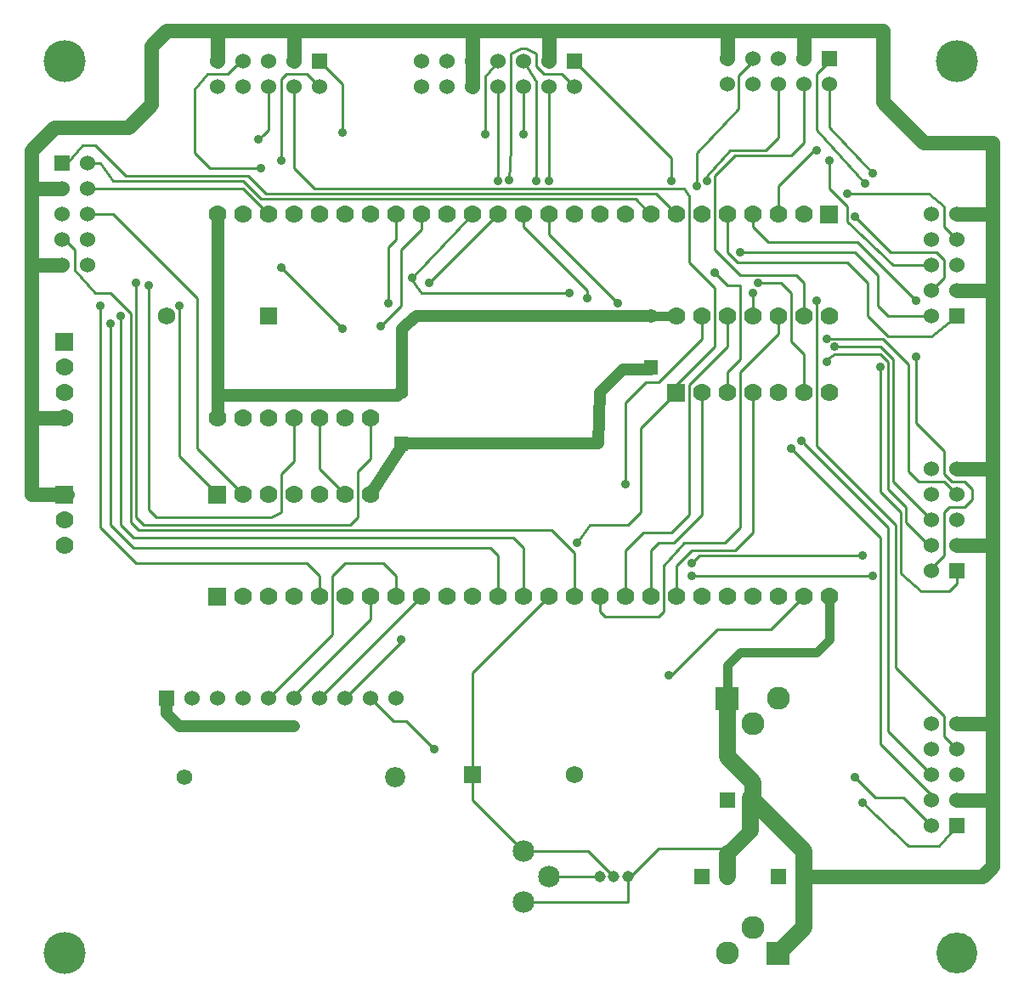
<source format=gbr>
G04 start of page 3 for group 1 idx 1 *
G04 Title: (unknown), ground *
G04 Creator: pcb 20110918 *
G04 CreationDate: Wed 26 Feb 2014 00:51:11 GMT UTC *
G04 For: ksarkies *
G04 Format: Gerber/RS-274X *
G04 PCB-Dimensions: 390000 390000 *
G04 PCB-Coordinate-Origin: lower left *
%MOIN*%
%FSLAX25Y25*%
%LNBOTTOM*%
%ADD63C,0.0453*%
%ADD62C,0.0630*%
%ADD61C,0.0290*%
%ADD60C,0.0280*%
%ADD59C,0.0300*%
%ADD58C,0.0380*%
%ADD57C,0.1140*%
%ADD56C,0.0360*%
%ADD55C,0.0615*%
%ADD54C,0.0850*%
%ADD53C,0.0795*%
%ADD52C,0.0680*%
%ADD51C,0.1600*%
%ADD50C,0.0700*%
%ADD49C,0.0900*%
%ADD48C,0.0001*%
%ADD47C,0.0600*%
%ADD46C,0.1650*%
%ADD45C,0.0500*%
%ADD44C,0.0200*%
%ADD43C,0.0650*%
%ADD42C,0.0350*%
%ADD41C,0.0450*%
%ADD40C,0.0100*%
%ADD39C,0.0550*%
G54D39*X384000Y180000D02*X370000D01*
G54D40*X367000Y162000D02*X370000Y165000D01*
Y170000D01*
X346000Y188000D02*Y132000D01*
X343000Y107000D02*Y187000D01*
X348000Y193000D02*X340000Y201000D01*
X346000Y132000D02*X365000Y113000D01*
Y105000D01*
X370000Y100000D01*
X360000Y90000D02*X343000Y107000D01*
X360000Y80000D02*Y82000D01*
X340000Y102000D01*
Y183000D01*
X330000Y89000D02*X338000Y81000D01*
X349000D01*
X343000Y262000D02*X360000D01*
X365000Y292000D02*Y285000D01*
X360000Y280000D01*
X348000Y169000D02*Y193000D01*
X340000Y201000D02*Y251000D01*
X359000Y180000D02*X350000Y189000D01*
Y195000D01*
X343000Y202000D01*
Y252000D01*
X341000Y261000D02*X351000Y251000D01*
X345000Y253000D02*X340000Y258000D01*
X356000Y162000D02*X348000Y169000D01*
X356000Y162000D02*X367000D01*
X360000Y170000D02*Y171000D01*
X351000Y219000D02*Y216000D01*
Y209000D01*
X355000Y205000D01*
X365000D01*
X370000Y200000D01*
X360000Y190000D02*X345000Y205000D01*
X360000Y180000D02*X359000D01*
X360000Y190000D02*X358000D01*
X360000Y171000D02*X365000Y176000D01*
Y193000D01*
G54D39*X384000Y80000D02*X370000D01*
X384000Y110000D02*X370000D01*
G54D40*X351000Y251000D02*Y219000D01*
X345000Y205000D02*Y253000D01*
X365000Y193000D02*X367000Y195000D01*
G54D39*X384000Y79000D02*Y338000D01*
Y210000D02*X370000D01*
G54D40*X376000Y202000D02*Y198000D01*
X354000Y228000D02*X365000Y217000D01*
Y208000D01*
X368000Y205000D01*
X370000Y200000D02*X370500Y200500D01*
X367000Y195000D02*X373000D01*
X376000Y198000D01*
X368000Y205000D02*X373000D01*
X376000Y202000D01*
G54D41*X239000Y249000D02*X230000Y240000D01*
G54D40*X248000Y244000D02*X253000D01*
X240000Y236000D02*X248000Y244000D01*
X280000Y270000D02*Y258000D01*
X300000Y270000D02*Y263000D01*
X285000Y248000D01*
X253000Y244000D02*X270000Y261000D01*
X280000Y258000D02*X265000Y243000D01*
X275000Y258000D02*X260000Y243000D01*
X270000Y261000D02*Y270000D01*
Y269000D01*
G54D42*X260000Y270000D02*X250000D01*
G54D40*X265000Y243000D02*Y192000D01*
X285000Y248000D02*Y187000D01*
X270000Y240000D02*Y227000D01*
Y192000D01*
X246000Y226000D02*X260000Y240000D01*
G54D39*X341000Y382000D02*Y354000D01*
G54D40*X310000Y338000D02*Y360000D01*
G54D39*Y382000D02*Y371000D01*
X280000Y381000D02*Y371000D01*
G54D40*X275000Y281000D02*Y258000D01*
Y281000D02*X270000Y286000D01*
X265000Y291000D01*
Y317000D01*
X290000Y310000D02*Y305000D01*
X296000Y299000D01*
X310000Y270000D02*Y283000D01*
X307000Y286000D01*
X285000D01*
X290000Y270000D02*Y279000D01*
Y278000D01*
X285000Y286000D02*X275000Y296000D01*
X280000Y310000D02*Y295000D01*
X284000Y291000D01*
X275000Y296000D02*Y325000D01*
X283000Y333000D01*
X305000D01*
X310000Y338000D01*
X258000Y323000D02*Y332000D01*
X284000Y291000D02*X327000D01*
X335000Y283000D01*
Y270000D01*
X343000Y262000D01*
Y270000D02*X339000Y274000D01*
Y286000D01*
X330000Y295000D01*
X296000Y299000D02*X331000D01*
X250000Y250000D02*Y249000D01*
X252000Y318000D02*X260000Y310000D01*
X244000Y316000D02*X250500Y309500D01*
G54D41*X250000Y249000D02*X239000D01*
X230000Y240000D02*X229500Y220000D01*
G54D40*X220000Y160000D02*Y177000D01*
X211000Y186000D01*
X221000Y181000D03*
X226000Y188000D01*
X247000Y185000D02*X240000Y178000D01*
X250000D02*X253000Y181000D01*
Y152000D02*X232000D01*
X230000Y154000D01*
Y160000D01*
X240000Y178000D02*Y161000D01*
X250000Y160000D02*Y178000D01*
G54D42*X315000Y138000D02*X320000Y143000D01*
Y160000D01*
G54D40*Y159000D01*
G54D42*X285000Y138000D02*X315000D01*
G54D40*X276000Y147000D02*X297000D01*
X310000Y160000D01*
X257000Y129000D02*X258000D01*
X276000Y147000D01*
X265000Y192000D02*X258000Y185000D01*
X247000D01*
X283000Y178000D02*X266000D01*
X279000Y181000D02*X263000D01*
X270000Y192000D02*X259000Y181000D01*
X253000D02*X259000D01*
X266000Y178000D02*X260000Y172000D01*
Y160000D01*
Y161000D01*
X255000Y172000D02*Y154000D01*
X263000Y181000D02*X255000Y172000D01*
X333000Y176000D02*X269000D01*
X266000Y173000D01*
X337000Y168000D02*X267000D01*
X255000Y154000D02*X253000Y152000D01*
X290000Y240000D02*Y185000D01*
X283000Y178000D01*
X285000Y187000D02*X279000Y181000D01*
X343000Y187000D02*X310000Y220000D01*
X340000Y183000D02*X305000Y218000D01*
X315000Y219000D02*X346000Y188000D01*
X315000Y276000D02*Y219000D01*
X330000Y295000D02*X285000D01*
X330000Y309000D02*X340000Y299000D01*
X327000Y307000D02*Y313000D01*
X315000Y343000D02*X334000Y322000D01*
X320000Y344000D02*X337000Y326000D01*
X315000Y335000D02*X314000D01*
X327000Y313000D02*X320000Y320000D01*
Y331000D01*
D03*
X314000Y335000D02*X300000Y321000D01*
Y310000D01*
X272000Y323000D02*Y325000D01*
X281000Y335000D01*
X295000D01*
X300000Y340000D01*
Y360000D01*
X290000Y370000D02*X284500Y364500D01*
Y351500D01*
X268000Y334000D01*
Y321000D01*
X210000Y323000D02*Y360000D01*
X258000Y332000D02*X220000Y370000D01*
X221000Y369000D01*
X215000Y365000D02*X220000Y360000D01*
X343000Y252000D02*X340000Y255000D01*
X280000Y240000D02*Y248000D01*
X285000Y253000D01*
X310000Y240000D02*Y255000D01*
X340000D02*X322000D01*
X319000Y253000D01*
Y261000D02*X341000D01*
X340000Y258000D02*X323000D01*
X310000Y255000D02*X305000Y260000D01*
X285000Y253000D02*Y282000D01*
X280000D01*
X275000Y287000D01*
X305000Y260000D02*Y279000D01*
X301000Y283000D01*
X292000D01*
G54D39*X341000Y354000D02*X357000Y338000D01*
G54D40*X327000Y318000D02*X359000D01*
G54D39*X384000Y280000D02*X370000D01*
G54D40*X365000Y313000D02*Y305000D01*
X370000Y300000D01*
X362000Y295000D02*X365000Y292000D01*
D03*
X360000Y262000D02*X370000Y270000D01*
X360000D02*X343000D01*
X340000Y299000D02*X344000Y295000D01*
X362000D01*
X331000Y299000D02*X354000Y276000D01*
G54D39*X357000Y338000D02*X384000D01*
G54D40*X359000Y318000D02*X365000Y313000D01*
X345000Y290000D02*X327000Y307000D01*
X360000Y290000D02*X345000D01*
X354000Y228000D02*Y254000D01*
D03*
X370000Y270000D02*X368500Y268500D01*
G54D39*X384000Y310000D02*X370000D01*
X341000Y382000D02*X60000D01*
G54D40*X185000Y364000D02*X190000Y370000D01*
X200000D02*X205000Y362000D01*
Y368000D02*X208000Y365000D01*
X215000D01*
X190000Y360000D02*Y359000D01*
X195000Y373000D02*X199000Y375000D01*
X201000D01*
X205000Y373000D01*
Y368000D01*
G54D39*X210000Y382000D02*Y370000D01*
G54D40*X320000D02*X315000Y365000D01*
Y343000D01*
X320000Y360000D02*Y344000D01*
X200000Y341500D02*Y360000D01*
X185000Y341500D02*Y364000D01*
X195000Y341000D02*Y373000D01*
G54D39*X180000Y381000D02*Y370000D01*
Y382000D02*Y360000D01*
G54D43*X310000Y49000D02*Y60000D01*
X290000Y80000D01*
X289000Y81000D02*Y68000D01*
G54D39*X280000Y59000D01*
G54D43*Y50000D01*
G54D44*X282000Y61000D02*X283000Y62000D01*
G54D43*X300000Y20000D02*X310000Y30000D01*
Y50000D01*
X290000Y80000D02*Y87000D01*
X280000Y97000D01*
Y120000D01*
G54D42*Y119000D02*Y133000D01*
X285000Y138000D01*
G54D40*X241000Y50000D02*Y49000D01*
Y40000D02*Y50000D01*
X242000D01*
X253000Y61000D01*
X282000D01*
X200000Y40000D02*X241000D01*
X200000Y60000D02*X225500D01*
X235500Y50000D01*
X235250Y50250D01*
X210000Y50000D02*X230000D01*
G54D39*X310000D02*X380000D01*
G54D40*X349000Y81000D02*X360000Y70000D01*
X333000Y79000D02*X351000Y62000D01*
X363000D01*
G54D39*X380000Y50000D02*X384000Y54000D01*
Y80000D01*
G54D40*X363000Y62000D02*X370000Y70000D01*
G54D39*X7000Y200000D02*X21000D01*
G54D40*X72000Y218000D02*X90000Y200000D01*
X65000Y215000D02*X80000Y200000D01*
X72000Y277000D02*Y218000D01*
X65000Y274000D02*Y215000D01*
X49000Y186000D02*X46000Y189000D01*
X56000Y191000D02*X53000Y194000D01*
X51000Y188000D02*X48000Y191000D01*
X46000Y189000D02*Y271000D01*
X42000Y188000D02*Y270000D01*
X48000Y173000D02*X34000Y187000D01*
X47000Y183000D02*X42000Y188000D01*
X47000Y179000D02*X38000Y188000D01*
X34000Y187000D02*Y274000D01*
X35000D01*
X38000Y188000D02*Y267000D01*
X19000Y320000D02*X13000D01*
G54D39*X19000D02*X7000D01*
G54D40*X30000Y310000D02*X39000D01*
G54D39*X45000Y344000D02*X54000Y353000D01*
Y376000D01*
X60000Y382000D01*
X7000Y335000D02*X16000Y344000D01*
X45000D01*
G54D40*X20000Y330000D02*X21000D01*
X27000Y337000D01*
X30000Y330000D02*X34000D01*
X27000Y337000D02*X32000D01*
X34000Y330000D02*X39000Y323000D01*
X32000Y337000D02*X44000Y325000D01*
G54D39*X7000Y230000D02*X20000D01*
X7000Y200000D02*Y335000D01*
G54D40*X32000Y279000D02*X24000Y288000D01*
Y296000D01*
X20000Y300000D01*
X19500Y299500D01*
G54D39*X19000Y290000D02*X8000D01*
G54D42*X152500Y241000D02*X150500Y239000D01*
G54D45*X80500D01*
G54D40*X110000Y230000D02*Y213000D01*
X105000Y208000D01*
Y193000D01*
X120000Y230000D02*Y210000D01*
X130000Y200000D01*
G54D45*X80000Y230000D02*Y310000D01*
G54D40*X39000D02*X72000Y277000D01*
X30000Y320000D02*X90000D01*
X39000Y323000D02*X90000D01*
X46000Y271000D02*X38000Y279000D01*
X32000D01*
X53000Y194000D02*Y282000D01*
X48000Y191000D02*Y283000D01*
X44000Y325000D02*X92000D01*
X211000Y186000D02*X49000D01*
X226000Y188000D02*X241000D01*
X246000Y193000D01*
X135000Y191000D02*X132000Y188000D01*
G54D41*X229500Y220000D02*X152000D01*
G54D40*X246000Y193000D02*Y226000D01*
X240000Y204000D02*Y236000D01*
G54D41*X153006Y220006D02*X140000Y200000D01*
G54D40*Y230000D02*Y214000D01*
X135000Y209000D01*
Y191000D01*
X105000Y193000D02*X101000Y191000D01*
X56000D01*
X132000Y188000D02*X51000D01*
X200000Y179000D02*X196000Y183000D01*
X47000D01*
X187000Y179000D02*X47000D01*
G54D41*X60000Y120000D02*Y114000D01*
X65000Y109000D01*
X110000D01*
G54D40*X100000Y120000D02*X125000Y145000D01*
X110000Y120000D02*Y121000D01*
X120000Y160000D02*Y168000D01*
X115000Y173000D01*
X125000Y145000D02*Y168000D01*
X115000Y173000D02*X48000D01*
X160000Y160000D02*X159500Y159500D01*
X180000Y130000D02*X210000Y160000D01*
X149000Y111000D02*X154000D01*
X165000Y100000D01*
X180000Y130000D02*Y80000D01*
X200000Y60000D01*
X140000Y120000D02*X149000Y111000D01*
X130000Y120000D02*X152000Y142000D01*
X120000Y120000D02*X160000Y160000D01*
X140000Y151000D02*Y160000D01*
Y159000D01*
X110000Y121000D02*X140000Y151000D01*
X200000Y160000D02*Y179000D01*
X190000Y160000D02*Y176000D01*
X187000Y179000D01*
X125000Y168000D02*X130000Y173000D01*
X145000D01*
X150000Y168000D01*
Y160000D01*
Y161000D01*
G54D41*X152500Y265000D02*Y241000D01*
G54D40*X152000Y274000D02*X144000Y266000D01*
X100000Y310000D02*Y309000D01*
X90000Y320000D02*X100000Y310000D01*
X92000Y325000D02*X99000Y318000D01*
X90000Y323000D02*X97000Y316000D01*
X96000Y339500D02*X98000Y341000D01*
X100000Y343000D01*
Y360000D01*
X105000Y331000D02*Y363000D01*
X110000Y360000D02*Y328000D01*
X118000Y320000D01*
X129000Y265000D02*X105000Y289000D01*
X150000Y310000D02*Y300000D01*
X147000Y297000D01*
Y275000D01*
X105000Y363000D02*X107000Y365000D01*
X90000Y370000D02*Y371000D01*
X84000Y365000D01*
X76000D01*
X107000D02*X115000D01*
X120000Y360000D01*
X119500Y360500D01*
X129000Y342000D02*Y361000D01*
X120000Y370000D01*
X76000Y365000D02*X71000Y359000D01*
Y334000D01*
X77000Y328000D01*
X96000D01*
X205000Y323000D02*Y362000D01*
X194500Y323500D02*X195000Y336000D01*
Y341000D01*
X190000Y323000D02*Y360000D01*
G54D41*X158000Y270000D02*X152500Y265000D01*
G54D40*X162000Y284000D02*X164000D01*
X152000Y296000D02*Y274000D01*
X156500Y285000D02*Y284000D01*
X160000Y279000D01*
X99000Y318000D02*X252000D01*
X97000Y316000D02*X244000D01*
X118000Y320000D02*X263000D01*
X265000Y317000D02*X263000Y320000D01*
X156500Y285000D02*X180000Y310000D01*
X164000Y284000D02*X190000Y310000D01*
X160000D02*Y304000D01*
X152000Y296000D01*
X237000Y275000D02*X210000Y302000D01*
X225000Y277000D02*Y280000D01*
X200000Y305000D01*
X210000Y302000D02*Y310000D01*
Y309000D01*
X200000Y305000D02*Y310000D01*
X160000Y279000D02*X218000D01*
G54D41*X250000Y270000D02*X158000D01*
G54D39*X110000Y381000D02*Y370000D01*
X80000Y381000D02*Y370000D01*
G54D46*X370000D03*
G54D47*X310000Y361000D03*
X300000Y371000D03*
Y361000D03*
X290000D03*
X280000D03*
X290000Y371000D03*
X280000D03*
G54D48*G36*
X267000Y53000D02*Y47000D01*
X273000D01*
Y53000D01*
X267000D01*
G37*
G54D47*X280000Y50000D03*
G54D48*G36*
X295500Y24500D02*Y15500D01*
X304500D01*
Y24500D01*
X295500D01*
G37*
G54D49*X290000Y30000D03*
X280000Y20000D03*
G54D48*G36*
X275500Y124500D02*Y115500D01*
X284500D01*
Y124500D01*
X275500D01*
G37*
G54D50*X260000Y160000D03*
X270000D03*
X280000D03*
X290000D03*
G54D49*Y110000D03*
X300000Y120000D03*
G54D50*Y160000D03*
X310000D03*
X320000D03*
X300000Y240000D03*
Y270000D03*
G54D48*G36*
X297000Y53000D02*Y47000D01*
X303000D01*
Y53000D01*
X297000D01*
G37*
G54D47*X310000Y50000D03*
G54D48*G36*
X277000Y83000D02*Y77000D01*
X283000D01*
Y83000D01*
X277000D01*
G37*
G54D47*X290000Y80000D03*
X370000Y110000D03*
G54D48*G36*
X367000Y173000D02*Y167000D01*
X373000D01*
Y173000D01*
X367000D01*
G37*
G54D47*X370000Y180000D03*
Y190000D03*
Y200000D03*
Y210000D03*
X360000Y170000D03*
Y180000D03*
Y190000D03*
Y200000D03*
Y210000D03*
G54D48*G36*
X367000Y273000D02*Y267000D01*
X373000D01*
Y273000D01*
X367000D01*
G37*
G54D47*X360000Y270000D03*
Y280000D03*
Y290000D03*
Y300000D03*
Y310000D03*
X370000Y280000D03*
Y290000D03*
Y300000D03*
Y310000D03*
G54D51*Y20000D03*
G54D48*G36*
X367000Y73000D02*Y67000D01*
X373000D01*
Y73000D01*
X367000D01*
G37*
G54D47*X360000Y70000D03*
X370000Y80000D03*
X360000D03*
X370000Y90000D03*
X360000D03*
X370000Y100000D03*
X360000D03*
Y110000D03*
G54D41*X230000Y50000D03*
G54D52*X220000Y90000D03*
G54D41*X235500Y50000D03*
X241000D03*
G54D48*G36*
X176600Y93400D02*Y86600D01*
X183400D01*
Y93400D01*
X176600D01*
G37*
G54D53*X149842Y88977D03*
G54D54*X200000Y60000D03*
X210000Y50000D03*
X200000Y40000D03*
G54D50*X20000Y180000D03*
G54D46*Y20000D03*
G54D48*G36*
X16500Y263500D02*Y256500D01*
X23500D01*
Y263500D01*
X16500D01*
G37*
G54D50*X20000Y250000D03*
Y240000D03*
Y230000D03*
G54D48*G36*
X16500Y203500D02*Y196500D01*
X23500D01*
Y203500D01*
X16500D01*
G37*
G54D50*X20000Y190000D03*
G54D46*Y370000D03*
G54D48*G36*
X16000Y333000D02*Y327000D01*
X22000D01*
Y333000D01*
X16000D01*
G37*
G54D47*X29000Y330000D03*
Y320000D03*
Y310000D03*
Y300000D03*
Y290000D03*
X19000Y320000D03*
Y310000D03*
Y300000D03*
Y290000D03*
G54D48*G36*
X57000Y123000D02*Y117000D01*
X63000D01*
Y123000D01*
X57000D01*
G37*
G54D47*X70000Y120000D03*
X80000D03*
X90000D03*
X100000D03*
X110000D03*
G54D48*G36*
X76500Y163500D02*Y156500D01*
X83500D01*
Y163500D01*
X76500D01*
G37*
G54D50*X90000Y160000D03*
X100000D03*
G54D55*X67165Y88977D03*
G54D47*X120000Y120000D03*
X130000D03*
X140000D03*
X150000D03*
G54D50*X110000Y160000D03*
X120000D03*
X130000D03*
G54D48*G36*
X96600Y273400D02*Y266600D01*
X103400D01*
Y273400D01*
X96600D01*
G37*
G54D52*X60000Y270000D03*
G54D48*G36*
X76500Y203500D02*Y196500D01*
X83500D01*
Y203500D01*
X76500D01*
G37*
G54D50*X90000Y200000D03*
X100000D03*
X110000D03*
X120000D03*
X130000D03*
Y230000D03*
X120000D03*
X110000D03*
X100000D03*
X90000D03*
X80000D03*
X130000Y310000D03*
X120000D03*
X110000D03*
X100000D03*
X90000D03*
X80000D03*
G54D48*G36*
X117000Y373000D02*Y367000D01*
X123000D01*
Y373000D01*
X117000D01*
G37*
G54D47*X120000Y360000D03*
X110000Y370000D03*
Y360000D03*
X100000Y370000D03*
Y360000D03*
X90000Y370000D03*
Y360000D03*
X80000D03*
Y370000D03*
G54D50*X140000Y160000D03*
X150000D03*
X160000D03*
X170000D03*
X180000D03*
X190000D03*
X200000D03*
X210000D03*
X220000D03*
X230000D03*
X240000D03*
X250000D03*
X140000Y200000D03*
Y230000D03*
G54D48*G36*
X149250Y222750D02*Y217250D01*
X154750D01*
Y222750D01*
X149250D01*
G37*
G54D39*X152000Y240000D03*
G54D48*G36*
X247250Y252750D02*Y247250D01*
X252750D01*
Y252750D01*
X247250D01*
G37*
G54D39*X250000Y270000D03*
G54D48*G36*
X316500Y313500D02*Y306500D01*
X323500D01*
Y313500D01*
X316500D01*
G37*
G54D50*X310000Y310000D03*
X300000D03*
X250000D03*
X240000D03*
X230000D03*
X220000D03*
X210000D03*
X200000D03*
X190000D03*
X180000D03*
X170000D03*
X160000D03*
X150000D03*
X140000D03*
G54D48*G36*
X217000Y373000D02*Y367000D01*
X223000D01*
Y373000D01*
X217000D01*
G37*
G54D47*X220000Y360000D03*
X210000Y370000D03*
Y360000D03*
X200000Y370000D03*
Y360000D03*
X190000Y370000D03*
X180000D03*
X170000D03*
X160000D03*
X190000Y360000D03*
X180000D03*
X170000D03*
X160000D03*
G54D50*X290000Y310000D03*
X280000D03*
X270000D03*
X260000D03*
G54D48*G36*
X256500Y243500D02*Y236500D01*
X263500D01*
Y243500D01*
X256500D01*
G37*
G54D50*X270000Y240000D03*
X280000D03*
X290000D03*
Y270000D03*
X280000D03*
X270000D03*
X260000D03*
X310000Y240000D03*
X320000D03*
Y270000D03*
X310000D03*
G54D48*G36*
X317000Y374000D02*Y368000D01*
X323000D01*
Y374000D01*
X317000D01*
G37*
G54D47*X320000Y361000D03*
X310000Y371000D03*
G54D56*X110000Y109000D03*
X165000Y100000D03*
X152000Y143000D03*
X257000Y129000D03*
X221000Y181000D03*
X65000Y274000D03*
X34000D03*
X48000Y283000D03*
X38000Y267000D03*
X42000Y270000D03*
X53000Y282000D03*
X96000Y339500D03*
X105000Y331000D03*
X129000Y265000D03*
X105000Y289000D03*
X97000Y328000D03*
X144000Y266000D03*
X147000Y275000D03*
X237000D03*
X218000Y279000D03*
X225000Y277000D03*
X156500Y285000D03*
X163000Y283000D03*
X200000Y341500D03*
X185000D03*
X194500Y323500D03*
X190000Y323000D03*
X272000D03*
X210000D03*
X258000D03*
X129000Y342000D03*
X205000Y323000D03*
X240000Y204000D03*
X333000Y176000D03*
X337000Y168000D03*
X330000Y89000D03*
X333000Y79000D03*
X266000Y173000D03*
Y168000D03*
X309000Y221000D03*
X305000Y218000D03*
X340000Y250000D03*
X319000Y252000D03*
Y261000D03*
X322000Y258000D03*
X330000Y309000D03*
X327000Y318000D03*
X320000Y331000D03*
X334000Y322000D03*
X337000Y326000D03*
X315000Y335000D03*
X268000Y321000D03*
X285000Y295000D03*
X315000Y276000D03*
X275000Y287000D03*
X292000Y283000D03*
X290000Y279000D03*
X354000Y276000D03*
Y254000D03*
G54D44*G54D57*G54D58*G54D59*G54D47*G54D60*G54D47*G54D60*G54D59*G54D58*G54D57*G54D58*G54D61*G54D58*G54D61*G54D58*G54D62*G54D60*G54D57*G54D60*G54D57*G54D58*G54D60*G54D63*G54D60*G54D58*G54D60*G54D58*G54D60*G54D59*G54D60*G54D58*G54D60*G54D58*M02*

</source>
